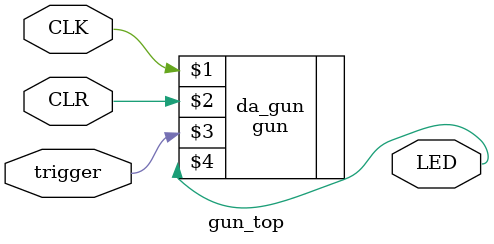
<source format=v>
`timescale 1ns / 1ps
module gun_top(
    input CLK,
    input CLR,
    input trigger,
	 output reg LED
   // output [6:0] seg7,
   // output [3:0] select
    );
	 	reg [26:0] regCLKCount;
	reg regCLK;
	always @ (*) begin
		if (CLR) begin regCLKCount = 27'b0; regCLK = 0; end
		else begin
			if (regCLKCount < 1) begin regCLKCount = regCLKCount + 1'b1; regCLK = 0; end
			else begin regCLKCount = 27'b0; regCLK = 1'b1; end
		end
	end
	 
	gun da_gun(CLK,CLR,trigger,LED);
	//SSD_decoder decoder(CLK, CLR, {15'b0, display}, seg7, select);

endmodule

</source>
